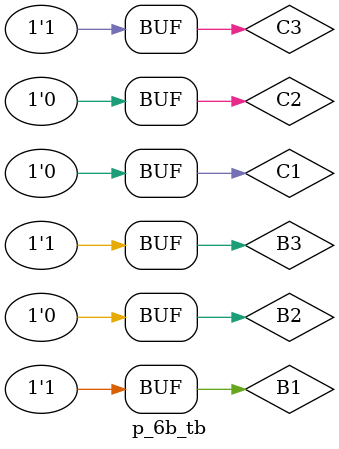
<source format=v>
module p_6b(A,B1,B2,B3,C1,C2,C3);
input B1,B2,B3,C1,C2,C3;
output reg A;

always@(*)
if(C1==1'b1) begin
	A<=B1;
end
else if (C2==1'b1) begin
	A<=B2;
end
else if (C3==1'b1) begin
	A<=B3;
end
else begin
	A<=0;
end
endmodule

//.........tb.............//
`timescale 1ns/1ns
module p_6b_tb;
reg B1,B2,B3,C1,C2,C3;
wire A;

//.......module instantiation..............//
p_6b f(A,B1,B2,B3,C1,C2,C3);

initial begin
C1=1'b1;
C2=1'b0;
C3=1'b0;
B1=1'b1;
B2=1'b0;
B3=1'b1;

#10 C1=1'b0;
#10 C2=1'b1;
#10 C3=1'b0;
#10 B1=1'b1;
#10 B2=1'b0;
#10 B3=1'b1;

#20 C1=1'b0;
#20 C2=1'b0;
#20 C3=1'b1;
#20 B1=1'b1;
#20 B2=1'b0;
#20 B3=1'b1;
end

//........system task.........//
initial begin
$monitor("T=%0t| C1=%b | C2=%b |C3=%b |B1=%b | B2= %b | B3=%b | A=%b",$realtime,C1,C2,C3,B1,B2,B3,A);
end
endmodule



</source>
